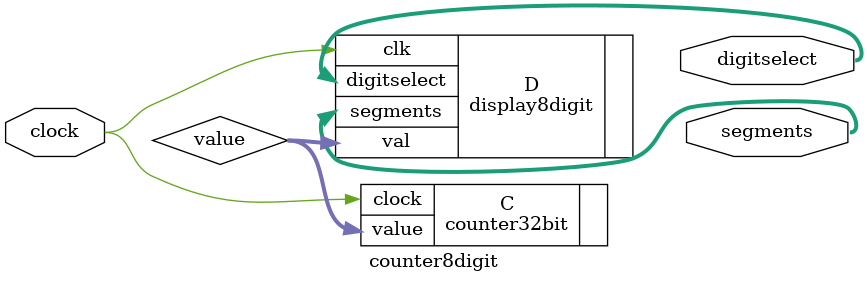
<source format=sv>
`timescale 1ns / 1ps
`default_nettype none


module counter8digit(
    input wire clock,
    output wire [7:0] digitselect,
    output wire [7:0] segments
    );
    
    wire [31:0] value;
    
    counter32bit C(.clock(clock), .value(value));
    display8digit D(.val(value), .clk(clock), 
                    .digitselect(digitselect),
                    .segments(segments));
    
endmodule


</source>
